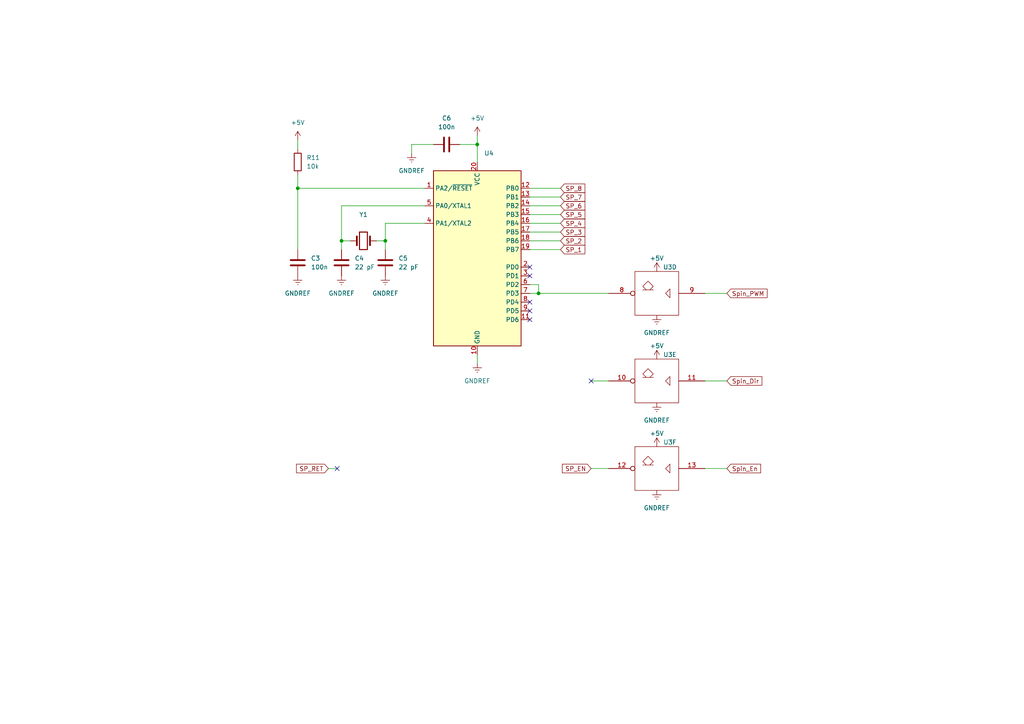
<source format=kicad_sch>
(kicad_sch (version 20211123) (generator eeschema)
  (paper "A4")
  (lib_symbols
    (symbol "74xx_IEEE:7406" (pin_names (offset 0.762))
      (property "Reference" "U" (at 3.81 7.62 0))
      (property "Value" "7406" (at 6.35 -8.89 0))
      (symbol "7406_0_0"
        (polyline (pts (xy -3.81 1.27) (xy -3.81 -1.27) (xy -2.54 0) (xy -3.81 1.27) (xy -3.81 1.27)))
        (polyline (pts (xy 3.048 1.016) (xy 4.064 2.032) (xy 2.54 3.556) (xy 1.016 2.032) (xy 2.032 1.016) (xy 1.016 1.016) (xy 4.064 1.016) (xy 4.064 1.016)))
      )
      (symbol "7406_0_1"
        (rectangle (start -6.35 6.35) (end 6.35 -6.35))
        (pin power_in line (at 0 6.35 270) (length 0) hide (name "Vcc") (number "14"))
        (pin power_in line (at 0 -6.35 90) (length 0) hide (name "Gnd") (number "7"))
      )
      (symbol "7406_1_1"
        (pin input line (at -13.97 0 0) (length 7.62) (name "~") (number "1"))
        (pin open_collector inverted (at 13.97 0 180) (length 7.62) (name "~") (number "2"))
      )
      (symbol "7406_2_1"
        (pin input line (at -13.97 0 0) (length 7.62) (name "~") (number "3"))
        (pin open_collector inverted (at 13.97 0 180) (length 7.62) (name "~") (number "4"))
      )
      (symbol "7406_3_1"
        (pin input line (at -13.97 0 0) (length 7.62) (name "~") (number "5"))
        (pin open_collector inverted (at 13.97 0 180) (length 7.62) (name "~") (number "6"))
      )
      (symbol "7406_4_1"
        (pin open_collector inverted (at 13.97 0 180) (length 7.62) (name "~") (number "8"))
        (pin input line (at -13.97 0 0) (length 7.62) (name "~") (number "9"))
      )
      (symbol "7406_5_1"
        (pin open_collector inverted (at 13.97 0 180) (length 7.62) (name "~") (number "10"))
        (pin input line (at -13.97 0 0) (length 7.62) (name "~") (number "11"))
      )
      (symbol "7406_6_1"
        (pin open_collector inverted (at 13.97 0 180) (length 7.62) (name "~") (number "12"))
        (pin input line (at -13.97 0 0) (length 7.62) (name "~") (number "13"))
      )
    )
    (symbol "Device:C" (pin_numbers hide) (pin_names (offset 0.254))
      (property "Reference" "C" (at 0.635 2.54 0))
      (property "Value" "C" (at 0.635 -2.54 0))
      (symbol "C_0_1"
        (polyline (pts (xy -2.032 -0.762) (xy 2.032 -0.762)) (stroke (width 0.508)))
        (polyline (pts (xy -2.032 0.762) (xy 2.032 0.762)) (stroke (width 0.508)))
      )
      (symbol "C_1_1"
        (pin passive line (at 0 3.81 270) (length 2.794) (name "~") (number "1"))
        (pin passive line (at 0 -3.81 90) (length 2.794) (name "~") (number "2"))
      )
    )
    (symbol "Device:Crystal" (pin_numbers hide) (pin_names (offset 1.016) hide)
      (property "Reference" "Y" (at 0 3.81 0))
      (property "Value" "Crystal" (at 0 -3.81 0))
      (symbol "Crystal_0_1"
        (rectangle (start -1.143 2.54) (end 1.143 -2.54) (stroke (width 0.3048)))
        (polyline (pts (xy -2.54 0) (xy -1.905 0)))
        (polyline (pts (xy -1.905 -1.27) (xy -1.905 1.27)) (stroke (width 0.508)))
        (polyline (pts (xy 1.905 -1.27) (xy 1.905 1.27)) (stroke (width 0.508)))
        (polyline (pts (xy 2.54 0) (xy 1.905 0)))
      )
      (symbol "Crystal_1_1"
        (pin passive line (at -3.81 0 0) (length 1.27) (name "1") (number "1"))
        (pin passive line (at 3.81 0 180) (length 1.27) (name "2") (number "2"))
      )
    )
    (symbol "Device:R" (pin_numbers hide) (pin_names (offset 0))
      (property "Reference" "R" (at 2.032 0 90))
      (property "Value" "R" (at 0 0 90))
      (symbol "R_0_1"
        (rectangle (start -1.016 -2.54) (end 1.016 2.54) (stroke (width 0.254)))
      )
      (symbol "R_1_1"
        (pin passive line (at 0 3.81 270) (length 1.27) (name "~") (number "1"))
        (pin passive line (at 0 -3.81 90) (length 1.27) (name "~") (number "2"))
      )
    )
    (symbol "MCU_Microchip_ATtiny:ATtiny2313V-10P"
      (property "Reference" "U4" (at 2.0194 30.48 0))
      (property "Value" "ATtiny2313V-10P" (at 2.0194 27.94 0))
      (symbol "ATtiny2313V-10P_0_1"
        (rectangle (start -12.7 -25.4) (end 12.7 25.4) (stroke (width 0.254)) (fill (type background)))
      )
      (symbol "ATtiny2313V-10P_1_1"
        (pin bidirectional line (at -15.24 20.32 0) (length 2.54) (name "PA2/~{RESET}") (number "1"))
        (pin passive line (at 0 -27.94 90) (length 2.54) (name "GND") (number "10"))
        (pin bidirectional line (at 15.24 -17.78 180) (length 2.54) (name "PD6") (number "11"))
        (pin bidirectional line (at 15.24 20.32 180) (length 2.54) (name "PB0") (number "12"))
        (pin bidirectional line (at 15.24 17.78 180) (length 2.54) (name "PB1") (number "13"))
        (pin bidirectional line (at 15.24 15.24 180) (length 2.54) (name "PB2") (number "14"))
        (pin bidirectional line (at 15.24 12.7 180) (length 2.54) (name "PB3") (number "15"))
        (pin bidirectional line (at 15.24 10.16 180) (length 2.54) (name "PB4") (number "16"))
        (pin bidirectional line (at 15.24 7.62 180) (length 2.54) (name "PB5") (number "17"))
        (pin bidirectional line (at 15.24 5.08 180) (length 2.54) (name "PB6") (number "18"))
        (pin bidirectional line (at 15.24 2.54 180) (length 2.54) (name "PB7") (number "19"))
        (pin bidirectional line (at 15.24 -2.54 180) (length 2.54) (name "PD0") (number "2"))
        (pin power_in line (at 0 27.94 270) (length 2.54) (name "VCC") (number "20"))
        (pin bidirectional line (at 15.24 -5.08 180) (length 2.54) (name "PD1") (number "3"))
        (pin bidirectional line (at -15.24 10.16 0) (length 2.54) (name "PA1/XTAL2") (number "4"))
        (pin bidirectional line (at -15.24 15.24 0) (length 2.54) (name "PA0/XTAL1") (number "5"))
        (pin bidirectional line (at 15.24 -7.62 180) (length 2.54) (name "PD2") (number "6"))
        (pin bidirectional line (at 15.24 -10.16 180) (length 2.54) (name "PD3") (number "7"))
        (pin bidirectional line (at 15.24 -12.7 180) (length 2.54) (name "PD4") (number "8"))
        (pin bidirectional line (at 15.24 -15.24 180) (length 2.54) (name "PD5") (number "9"))
      )
    )
    (symbol "power:+5V" (power) (pin_names (offset 0))
      (property "Value" "+5V" (at 0 3.556 0))
      (symbol "+5V_0_1"
        (polyline (pts (xy -0.762 1.27) (xy 0 2.54)))
        (polyline (pts (xy 0 0) (xy 0 2.54)))
        (polyline (pts (xy 0 2.54) (xy 0.762 1.27)))
      )
      (symbol "+5V_1_1"
        (pin power_in line (at 0 0 90) (length 0) hide (name "+5V") (number "1"))
      )
    )
    (symbol "power:GNDREF" (power) (pin_names (offset 0))
      (property "Value" "GNDREF" (at 0 -3.81 0))
      (symbol "GNDREF_0_1"
        (polyline (pts (xy -0.635 -1.905) (xy 0.635 -1.905)))
        (polyline (pts (xy -0.127 -2.54) (xy 0.127 -2.54)))
        (polyline (pts (xy 0 -1.27) (xy 0 0)))
        (polyline (pts (xy 1.27 -1.27) (xy -1.27 -1.27)))
      )
      (symbol "GNDREF_1_1"
        (pin power_in line (at 0 0 270) (length 0) hide (name "GNDREF") (number "1"))
      )
    )
  )
  (junction (at 111.76 69.85))
  (junction (at 86.36 54.61))
  (junction (at 138.43 41.91))
  (junction (at 156.21 85.09))
  (junction (at 99.06 69.85))
  (no_connect (at 171.45 110.49))
  (no_connect (at 153.67 77.47))
  (no_connect (at 153.67 80.01))
  (no_connect (at 153.67 87.63))
  (no_connect (at 153.67 90.17))
  (no_connect (at 153.67 92.71))
  (no_connect (at 97.79 135.89))
  (wire (pts (xy 153.67 82.55) (xy 156.21 82.55)))
  (wire (pts (xy 210.82 85.09) (xy 204.47 85.09)))
  (wire (pts (xy 111.76 69.85) (xy 111.76 72.39)))
  (wire (pts (xy 156.21 85.09) (xy 176.53 85.09)))
  (wire (pts (xy 109.22 69.85) (xy 111.76 69.85)))
  (wire (pts (xy 123.19 54.61) (xy 86.36 54.61)))
  (wire (pts (xy 210.82 135.89) (xy 204.47 135.89)))
  (wire (pts (xy 138.43 39.37) (xy 138.43 41.91)))
  (wire (pts (xy 86.36 40.64) (xy 86.36 43.18)))
  (wire (pts (xy 153.67 67.31) (xy 162.56 67.31)))
  (wire (pts (xy 123.19 64.77) (xy 111.76 64.77)))
  (wire (pts (xy 86.36 54.61) (xy 86.36 72.39)))
  (wire (pts (xy 171.45 110.49) (xy 176.53 110.49)))
  (wire (pts (xy 153.67 72.39) (xy 162.56 72.39)))
  (wire (pts (xy 111.76 64.77) (xy 111.76 69.85)))
  (wire (pts (xy 153.67 54.61) (xy 162.56 54.61)))
  (wire (pts (xy 138.43 102.87) (xy 138.43 105.41)))
  (wire (pts (xy 153.67 69.85) (xy 162.56 69.85)))
  (wire (pts (xy 210.82 110.49) (xy 204.47 110.49)))
  (wire (pts (xy 125.73 41.91) (xy 119.38 41.91)))
  (wire (pts (xy 123.19 59.69) (xy 99.06 59.69)))
  (wire (pts (xy 138.43 41.91) (xy 138.43 46.99)))
  (wire (pts (xy 101.6 69.85) (xy 99.06 69.85)))
  (wire (pts (xy 133.35 41.91) (xy 138.43 41.91)))
  (wire (pts (xy 153.67 57.15) (xy 162.56 57.15)))
  (wire (pts (xy 156.21 82.55) (xy 156.21 85.09)))
  (wire (pts (xy 99.06 69.85) (xy 99.06 72.39)))
  (wire (pts (xy 153.67 62.23) (xy 162.56 62.23)))
  (wire (pts (xy 86.36 50.8) (xy 86.36 54.61)))
  (wire (pts (xy 153.67 85.09) (xy 156.21 85.09)))
  (wire (pts (xy 95.25 135.89) (xy 97.79 135.89)))
  (wire (pts (xy 153.67 64.77) (xy 162.56 64.77)))
  (wire (pts (xy 171.45 135.89) (xy 176.53 135.89)))
  (wire (pts (xy 119.38 41.91) (xy 119.38 44.45)))
  (wire (pts (xy 153.67 59.69) (xy 162.56 59.69)))
  (wire (pts (xy 99.06 59.69) (xy 99.06 69.85)))
  (global_label "Spin_En" (shape input) (at 210.82 135.89 0) (property "Intersheet References" "${INTERSHEET_REFS}" (effects hide)))
  (global_label "SP_5" (shape input) (at 162.56 62.23 0) (property "Intersheet References" "${INTERSHEET_REFS}" (effects hide)))
  (global_label "SP_1" (shape input) (at 162.56 72.39 0) (property "Intersheet References" "${INTERSHEET_REFS}" (effects hide)))
  (global_label "SP_4" (shape input) (at 162.56 64.77 0) (property "Intersheet References" "${INTERSHEET_REFS}" (effects hide)))
  (global_label "SP_RET" (shape input) (at 95.25 135.89 180) (property "Intersheet References" "${INTERSHEET_REFS}" (effects hide)))
  (global_label "SP_8" (shape input) (at 162.56 54.61 0) (property "Intersheet References" "${INTERSHEET_REFS}" (effects hide)))
  (global_label "SP_EN" (shape input) (at 171.45 135.89 180) (property "Intersheet References" "${INTERSHEET_REFS}" (effects hide)))
  (global_label "SP_6" (shape input) (at 162.56 59.69 0) (property "Intersheet References" "${INTERSHEET_REFS}" (effects hide)))
  (global_label "SP_3" (shape input) (at 162.56 67.31 0) (property "Intersheet References" "${INTERSHEET_REFS}" (effects hide)))
  (global_label "Spin_Dir" (shape input) (at 210.82 110.49 0) (property "Intersheet References" "${INTERSHEET_REFS}" (effects hide)))
  (global_label "SP_2" (shape input) (at 162.56 69.85 0) (property "Intersheet References" "${INTERSHEET_REFS}" (effects hide)))
  (global_label "SP_7" (shape input) (at 162.56 57.15 0) (property "Intersheet References" "${INTERSHEET_REFS}" (effects hide)))
  (global_label "Spin_PWM" (shape input) (at 210.82 85.09 0) (property "Intersheet References" "${INTERSHEET_REFS}" (effects hide)))
  (symbol (lib_id "power:+5V") (at 138.43 39.37 0) (unit 1)
    (property "Reference" "#PWR043" (effects hide))
    (property "Value" "+5V" (at 138.43 34.29 0))
  )
  (symbol (lib_id "Device:C") (at 86.36 76.2 180) (unit 1)
    (property "Reference" "C3" (at 90.17 74.9299 0) (effects (justify right)))
    (property "Value" "100n" (at 90.17 77.4699 0) (effects (justify right)))
    (property "Footprint" "Capacitor_SMD:C_0603_1608Metric_Pad1.08x0.95mm_HandSolder" (effects hide))
  )
  (symbol (lib_id "Device:C") (at 129.54 41.91 90) (unit 1)
    (property "Reference" "C6" (at 129.54 34.29 90))
    (property "Value" "100n" (at 129.54 36.83 90))
    (property "Footprint" "Capacitor_SMD:C_0603_1608Metric_Pad1.08x0.95mm_HandSolder" (effects hide))
  )
  (symbol (lib_id "74xx_IEEE:7406") (at 190.5 135.89 0) (mirror y) (unit 6)
    (property "Reference" "U3" (at 194.31 128.27 0))
  )
  (symbol (lib_id "power:GNDREF") (at 86.36 80.01 0) (unit 1)
    (property "Reference" "#PWR039" (effects hide))
    (property "Value" "GNDREF" (at 86.36 85.09 0))
  )
  (symbol (lib_id "74xx_IEEE:7406") (at 190.5 85.09 0) (mirror y) (unit 4)
    (property "Reference" "U3" (at 194.31 77.47 0))
  )
  (symbol (lib_id "power:GNDREF") (at 119.38 44.45 0) (unit 1)
    (property "Reference" "#PWR042" (effects hide))
    (property "Value" "GNDREF" (at 119.38 49.53 0))
  )
  (symbol (lib_id "power:GNDREF") (at 111.76 80.01 0) (unit 1)
    (property "Reference" "#PWR041" (effects hide))
    (property "Value" "GNDREF" (at 111.76 85.09 0))
  )
  (symbol (lib_id "power:GNDREF") (at 190.5 91.44 0) (unit 1)
    (property "Reference" "#PWR046" (effects hide))
    (property "Value" "GNDREF" (at 190.5 96.52 0))
  )
  (symbol (lib_id "power:+5V") (at 190.5 104.14 0) (unit 1)
    (property "Reference" "#PWR047" (effects hide))
    (property "Value" "+5V" (at 190.5 100.33 0))
  )
  (symbol (lib_id "power:GNDREF") (at 138.43 105.41 0) (unit 1)
    (property "Reference" "#PWR044" (effects hide))
    (property "Value" "GNDREF" (at 138.43 110.49 0))
  )
  (symbol (lib_id "Device:R") (at 86.36 46.99 0) (unit 1)
    (property "Reference" "R11" (at 88.9 45.7199 0) (effects (justify left)))
    (property "Value" "10k" (at 88.9 48.2599 0) (effects (justify left)))
    (property "Footprint" "Resistor_SMD:R_0603_1608Metric" (effects hide))
  )
  (symbol (lib_id "power:+5V") (at 86.36 40.64 0) (unit 1)
    (property "Reference" "#PWR038" (effects hide))
    (property "Value" "+5V" (at 86.36 35.56 0))
  )
  (symbol (lib_id "MCU_Microchip_ATtiny:ATtiny2313V-10P") (at 138.43 74.93 0) (unit 1)
    (property "Reference" "U4" (at 140.4494 44.45 0) (effects (justify left)))
    (property "Datasheet" "http://ww1.microchip.com/downloads/en/DeviceDoc/Atmel-2543-AVR-ATtiny2313_Datasheet.pdf" (effects hide))
  )
  (symbol (lib_id "power:+5V") (at 190.5 78.74 0) (unit 1)
    (property "Reference" "#PWR045" (effects hide))
    (property "Value" "+5V" (at 190.5 74.93 0))
  )
  (symbol (lib_id "Device:Crystal") (at 105.41 69.85 0) (unit 1)
    (property "Reference" "Y1" (at 105.41 62.23 0))
  )
  (symbol (lib_id "power:GNDREF") (at 190.5 142.24 0) (unit 1)
    (property "Reference" "#PWR050" (effects hide))
    (property "Value" "GNDREF" (at 190.5 147.32 0))
  )
  (symbol (lib_id "power:+5V") (at 190.5 129.54 0) (unit 1)
    (property "Reference" "#PWR049" (effects hide))
    (property "Value" "+5V" (at 190.5 125.73 0))
  )
  (symbol (lib_id "power:GNDREF") (at 99.06 80.01 0) (unit 1)
    (property "Reference" "#PWR040" (effects hide))
    (property "Value" "GNDREF" (at 99.06 85.09 0))
  )
  (symbol (lib_id "Device:C") (at 111.76 76.2 180) (unit 1)
    (property "Reference" "C5" (at 115.57 74.9299 0) (effects (justify right)))
    (property "Value" "22 pF" (at 115.57 77.4699 0) (effects (justify right)))
    (property "Footprint" "Capacitor_SMD:C_0603_1608Metric_Pad1.08x0.95mm_HandSolder" (effects hide))
  )
  (symbol (lib_id "Device:C") (at 99.06 76.2 180) (unit 1)
    (property "Reference" "C4" (at 102.87 74.9299 0) (effects (justify right)))
    (property "Value" "22 pF" (at 102.87 77.4699 0) (effects (justify right)))
    (property "Footprint" "Capacitor_SMD:C_0603_1608Metric_Pad1.08x0.95mm_HandSolder" (effects hide))
  )
  (symbol (lib_id "power:GNDREF") (at 190.5 116.84 0) (unit 1)
    (property "Reference" "#PWR048" (effects hide))
    (property "Value" "GNDREF" (at 190.5 121.92 0))
  )
  (symbol (lib_id "74xx_IEEE:7406") (at 190.5 110.49 0) (mirror y) (unit 5)
    (property "Reference" "U3" (at 194.31 102.87 0))
  )
)
</source>
